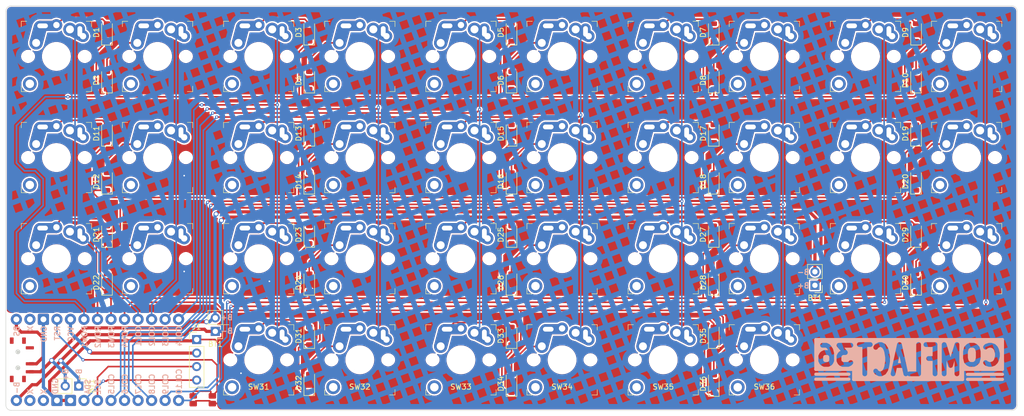
<source format=kicad_pcb>
(kicad_pcb (version 20241229) (generator "pcbnew") (generator_version "9.0")
  (layers (0 "F.Cu" signal) (2 "B.Cu" signal) (13 "F.Paste" user) (15 "B.Paste" user) (5 "F.SilkS" user "F.Silkscreen") (7 "B.SilkS" user "B.Silkscreen") (1 "F.Mask" user) (3 "B.Mask" user) (25 "Edge.Cuts" user))
  (net 0 "")
  (net 1 "GND")
  (net 2 "Net-(BT1-+)")
  (net 3 "Net-(D1-A)")
  (net 4 "ROW1")
  (net 5 "Net-(D2-A)")
  (net 6 "Net-(D3-A)")
  (net 7 "Net-(D4-A)")
  (net 8 "Net-(D5-A)")
  (net 9 "Net-(D6-A)")
  (net 10 "Net-(D7-A)")
  (net 11 "Net-(D8-A)")
  (net 12 "Net-(D9-A)")
  (net 13 "Net-(D10-A)")
  (net 14 "Net-(D11-A)")
  (net 15 "ROW2")
  (net 16 "Net-(D12-A)")
  (net 17 "Net-(D13-A)")
  (net 18 "Net-(D14-A)")
  (net 19 "Net-(D15-A)")
  (net 20 "Net-(D16-A)")
  (net 21 "Net-(D17-A)")
  (net 22 "Net-(D18-A)")
  (net 23 "Net-(D19-A)")
  (net 24 "Net-(D20-A)")
  (net 25 "ROW3")
  (net 26 "Net-(D21-A)")
  (net 27 "Net-(D22-A)")
  (net 28 "Net-(D23-A)")
  (net 29 "Net-(D24-A)")
  (net 30 "Net-(D25-A)")
  (net 31 "Net-(D26-A)")
  (net 32 "Net-(D27-A)")
  (net 33 "Net-(D28-A)")
  (net 34 "Net-(D29-A)")
  (net 35 "Net-(D30-A)")
  (net 36 "Net-(D31-A)")
  (net 37 "ROW4")
  (net 38 "Net-(D32-A)")
  (net 39 "Net-(D33-A)")
  (net 40 "Net-(D34-A)")
  (net 41 "COL1")
  (net 42 "COL2")
  (net 43 "COL3")
  (net 44 "COL4")
  (net 45 "COL5")
  (net 46 "COL6")
  (net 47 "COL7")
  (net 48 "COL8")
  (net 49 "COL9")
  (net 50 "COL10")
  (net 51 "Net-(D35-A)")
  (net 52 "SDA")
  (net 53 "VCC")
  (net 55 "SCL")
  (net 57 "Net-(D36-A)")
  (net 59 "Net-(SW37-B)")
  (net 60 "Net-(SW38-A)")
  (net 61 "BAT-")
  (footprint "switches:SW_Universal_TH" (layer "F.Cu") (at 211 45)
    (property "Reference" "SW10")
    (property "Value" "SW_SPST" (hide yes))
  )
  (footprint "Diode_SMD:D_SOD-123" (layer "F.Cu") (at 201.5 49.5 90)
    (property "Reference" "D10")
    (property "Value" "1N4148WT")
  )
  (footprint "switches:SW_Universal_TH" (layer "F.Cu") (at 173 64)
    (property "Reference" "SW18")
    (property "Value" "SW_SPST" (hide yes))
  )
  (footprint "Connector_PinHeader_2.54mm:PinHeader_1x04_P2.54mm_Vertical" (layer "F.Cu") (at 66.346 98.19)
    (property "Reference" "J1")
    (property "Value" "OLED_I2C")
  )
  (footprint "Diode_SMD:D_SOD-123" (layer "F.Cu") (at 49.5 59.5 90)
    (property "Reference" "D11")
    (property "Value" "1N4148WT")
  )
  (footprint "Diode_SMD:D_SOD-123" (layer "F.Cu") (at 163.5 106.5 90)
    (property "Reference" "D36")
    (property "Value" "1N4148WT")
  )
  (footprint "Diode_SMD:D_SOD-123" (layer "F.Cu") (at 87.5 78.5 90)
    (property "Reference" "D23")
    (property "Value" "1N4148WT")
  )
  (footprint "switches:SW_Universal_TH" (layer "F.Cu") (at 59 45)
    (property "Reference" "SW2")
    (property "Value" "SW_SPST" (hide yes))
  )
  (footprint "Diode_SMD:D_SOD-123" (layer "F.Cu") (at 125.5 68.5 90)
    (property "Reference" "D16")
    (property "Value" "1N4148WT")
  )
  (footprint "switches:SW_Universal_TH" (layer "F.Cu") (at 154 64)
    (property "Reference" "SW17")
    (property "Value" "SW_SPST" (hide yes))
  )
  (footprint "switches:SW_Universal_TH" (layer "F.Cu") (at 97 45)
    (property "Reference" "SW4")
    (property "Value" "SW_SPST" (hide yes))
  )
  (footprint "Diode_SMD:D_SOD-123" (layer "F.Cu") (at 87.5 59.5 90)
    (property "Reference" "D13")
    (property "Value" "1N4148WT")
  )
  (footprint "switches:SW_Universal_TH" (layer "F.Cu") (at 40 45)
    (property "Reference" "SW1")
    (property "Value" "SW_SPST" (hide yes))
  )
  (footprint "switches:SW_Universal_TH" (layer "F.Cu") (at 192 83)
    (property "Reference" "SW29")
    (property "Value" "SW_SPST" (hide yes))
  )
  (footprint "switches:SW_Universal_TH" (layer "F.Cu") (at 40 64)
    (property "Reference" "SW11")
    (property "Value" "SW_SPST" (hide yes))
  )
  (footprint "Diode_SMD:D_SOD-123" (layer "F.Cu") (at 201.5 78.5 90)
    (property "Reference" "D29")
    (property "Value" "1N4148WT")
  )
  (footprint "switches:SW_Universal_TH" (layer "F.Cu") (at 116 83)
    (property "Reference" "SW25")
    (property "Value" "SW_SPST" (hide yes))
  )
  (footprint "switches:SW_Universal_TH" (layer "F.Cu") (at 116 45)
    (property "Reference" "SW5")
    (property "Value" "SW_SPST" (hide yes))
  )
  (footprint "switches:SW_Universal_TH" (layer "F.Cu") (at 97 102)
    (property "Reference" "SW32")
    (property "Value" "SW_SPST" (hide yes))
  )
  (footprint "Diode_SMD:D_SOD-123" (layer "F.Cu") (at 49.5 68.5 90)
    (property "Reference" "D12")
    (property "Value" "1N4148WT")
  )
  (footprint "switches:SW_Universal_TH" (layer "F.Cu") (at 192 64)
    (property "Reference" "SW19")
    (property "Value" "SW_SPST" (hide yes))
  )
  (footprint "Diode_SMD:D_SOD-123" (layer "F.Cu") (at 49.5 49.5 90)
    (property "Reference" "D2")
    (property "Value" "1N4148WT")
  )
  (footprint "buttons:SW_SMD_EVQP7C01K" (layer "F.Cu") (at 67.5 109.5)
    (property "Reference" "SW38")
    (property "Value" "SW_SPST" (hide yes))
  )
  (footprint "Diode_SMD:D_SOD-123" (layer "F.Cu") (at 163.5 40.5 90)
    (property "Reference" "D7")
    (property "Value" "1N4148WT")
  )
  (footprint "switches:SW_Universal_TH" (layer "F.Cu") (at 211 83)
    (property "Reference" "SW30")
    (property "Value" "SW_SPST" (hide yes))
  )
  (footprint "switches:SW_Universal_TH" (layer "F.Cu") (at 192 45)
    (property "Reference" "SW9")
    (property "Value" "SW_SPST" (hide yes))
  )
  (footprint "mcu:U_ProMicro_nRF52840_TH_L" (layer "F.Cu") (at 47.499998 102 90)
    (property "Reference" "U1")
    (property "Value" "~" (hide yes))
  )
  (footprint "switches:SW_Universal_TH" (layer "F.Cu") (at 116 64)
    (property "Reference" "SW15")
    (property "Value" "SW_SPST" (hide yes))
  )
  (footprint "Diode_SMD:D_SOD-123" (layer "F.Cu") (at 87.5 49.5 90)
    (property "Reference" "D4")
    (property "Value" "1N4148WT")
  )
  (footprint "Diode_SMD:D_SOD-123" (layer "F.Cu") (at 163.5 49.5 90)
    (property "Reference" "D8")
    (property "Value" "1N4148WT")
  )
  (footprint "switches:SW_Universal_TH" (layer "F.Cu") (at 135 102)
    (property "Reference" "SW34")
    (property "Value" "SW_SPST" (hide yes))
  )
  (footprint "switches:SW_Universal_TH" (layer "F.Cu") (at 173 83)
    (property "Reference" "SW28")
    (property "Value" "SW_SPST" (hide yes))
  )
  (footprint "Connector_PinHeader_2.54mm:PinHeader_1x02_P2.54mm_Vertical" (layer "F.Cu") (at 44.201 106.934 -90)
    (property "Reference" "BT1")
    (property "Value" "Battery")
  )
  (footprint "Connector_PinHeader_2.54mm:PinHeader_1x02_P2.54mm_Vertical" (layer "F.Cu") (at 182.5 88 180)
    (property "Reference" "BT1")
    (property "Value" "Battery")
  )
  (footprint "switches:SW_Universal_TH" (layer "F.Cu") (at 40 83)
    (property "Reference" "SW21")
    (property "Value" "SW_SPST" (hide yes))
  )
  (footprint "switches:SW_Universal_TH" (layer "F.Cu") (at 135 64)
    (property "Reference" "SW16")
    (property "Value" "SW_SPST" (hide yes))
  )
  (footprint "Diode_SMD:D_SOD-123" (layer "F.Cu") (at 125.5 87.5 90)
    (property "Reference" "D26")
    (property "Value" "1N4148WT")
  )
  (footprint "Diode_SMD:D_SOD-123" (layer "F.Cu") (at 125.5 49.5 90)
    (property "Reference" "D6")
    (property "Value" "1N4148WT")
  )
  (footprint "Diode_SMD:D_SOD-123" (layer "F.Cu") (at 125.5 106.5 90)
    (property "Reference" "D34")
    (property "Value" "1N4148WT")
  )
  (footprint "switches:SW_Universal_TH" (layer "F.Cu") (at 97 83)
    (property "Reference" "SW24")
    (property "Value" "SW_SPST" (hide yes))
  )
  (footprint "Diode_SMD:D_SOD-123" (layer "F.Cu") (at 163.5 78.5 90)
    (property "Reference" "D27")
    (property "Value" "1N4148WT")
  )
  (footprint "Diode_SMD:D_SOD-123" (layer "F.Cu") (at 163.5 59.5 90)
    (property "Reference" "D17")
    (property "Value" "1N4148WT")
  )
  (footprint "Diode_SMD:D_SOD-123" (layer "F.Cu") (at 125.5 78.5 90)
    (property "Reference" "D25")
    (property "Value" "1N4148WT")
  )
  (footprint "Diode_SMD:D_SOD-123" (layer "F.Cu") (at 49.5 87.5 90)
    (property "Reference" "D22")
    (property "Value" "1N4148WT")
  )
  (footprint "switches:SW_Universal_TH" (layer "F.Cu") (at 59 64)
    (property "Reference" "SW12")
    (property "Value" "SW_SPST" (hide yes))
  )
  (footprint "switches:SW_Universal_TH" (layer "F.Cu") (at 78 64)
    (property "Reference" "SW13")
    (property "Value" "SW_SPST" (hide yes))
  )
  (footprint "Diode_SMD:D_SOD-123" (layer "F.Cu") (at 125.5 97.5 90)
    (property "Reference" "D33")
    (property "Value" "1N4148WT")
  )
  (footprint "Diode_SMD:D_SOD-123" (layer "F.Cu") (at 201.5 68.5 90)
    (property "Reference" "D20")
    (property "Value" "1N4148WT")
  )
  (footprint "switches:SW_Universal_TH" (layer "F.Cu") (at 78 83)
    (property "Reference" "SW23")
    (property "Value" "SW_SPST" (hide yes))
  )
  (footprint "switches:SW_Universal_TH" (layer "F.Cu") (at 97 64)
    (property "Reference" "SW14")
    (property "Value" "SW_SPST" (hide yes))
  )
  (footprint "switches:SW_Universal_TH" (layer "F.Cu") (at 135 83)
    (property "Reference" "SW26")
    (property "Value" "SW_SPST" (hide yes))
  )
  (footprint "Diode_SMD:D_SOD-123" (layer "F.Cu") (at 163.5 97.5 90)
    (property "Reference" "D35")
    (property "Value" "1N4148WT")
  )
  (footprint "Diode_SMD:D_SOD-123" (layer "F.Cu") (at 201.5 59.5 90)
    (property "Reference" "D19")
    (property "Value" "1N4148WT")
  )
  (footprint "Diode_SMD:D_SOD-123" (layer "F.Cu") (at 87.5 87.5 90)
    (property "Reference" "D24")
    (property "Value" "1N4148WT")
  )
  (footprint "switches:SW_Universal_TH" (layer "F.Cu") (at 173 102)
    (property "Reference" "SW36")
    (property "Value" "SW_SPST" (hide yes))
  )
  (footprint "Diode_SMD:D_SOD-123" (layer "F.Cu") (at 125.5 59.5 90)
    (property "Reference" "D15")
    (property "Value" "1N4148WT")
  )
  (footprint "Diode_SMD:D_SOD-123" (layer "F.Cu") (at 49.5 78.5 90)
    (property "Reference" "D21")
    (property "Value" "1N4148WT")
  )
  (footprint "Diode_SMD:D_SOD-123" (layer "F.Cu") (at 163.5 68.5 90)
    (property "Reference" "D18")
    (property "Value" "1N4148WT")
  )
  (footprint "buttons:SW_SMD_MSK12C02" (layer "F.Cu") (at 33.5 102 -90)
    (property "Reference" "SW37")
    (property "Value" "SW_SPDT" (hide yes))
    (fp_poly (pts (xy -1.058604 0.684971) (xy -1.089008 0.5715) (xy -1.147745 0.469765) (xy -1.230811 0.386699) (xy -1.332546 0.327962) (xy -1.446017 0.297558) (xy -1.563491 0.297558) (xy -1.676962 0.327962) (xy -1.778697 0.386699) (xy -1.861763 0.469765) (xy -1.9205 0.5715) (xy -1.950904 0.684971) (xy -1.950904 0.802445) (xy -1.9205 0.915916) (xy -1.861763 1.017651) (xy -1.778697 1.100717) (xy -1.676962 1.159454) (xy -1.563491 1.189858) (xy -1.446017 1.189858) (xy -1.332546 1.159454) (xy -1.230811 1.100717) (xy -1.147745 1.017651) (xy -1.089008 0.915916) (xy -1.058604 0.802445)) (fill yes) (layer "Edge.Cuts"))
    (fp_poly (pts (xy 1.941396 0.684971) (xy 1.910992 0.5715) (xy 1.852255 0.469765) (xy 1.769189 0.386699) (xy 1.667454 0.327962) (xy 1.553983 0.297558) (xy 1.436509 0.297558) (xy 1.323038 0.327962) (xy 1.221303 0.386699) (xy 1.138237 0.469765) (xy 1.0795 0.5715) (xy 1.049096 0.684971) (xy 1.049096 0.802445) (xy 1.0795 0.915916) (xy 1.138237 1.017651) (xy 1.221303 1.100717) (xy 1.323038 1.159454) (xy 1.436509 1.189858) (xy 1.553983 1.189858) (xy 1.667454 1.159454) (xy 1.769189 1.100717) (xy 1.852255 1.017651) (xy 1.910992 0.915916) (xy 1.941396 0.802445)) (fill yes) (layer "Edge.Cuts"))
  )
  (footprint "Diode_SMD:D_SOD-123" (layer "F.Cu") (at 125.5 40.5 90)
    (property "Reference" "D5")
    (property "Value" "1N4148WT")
  )
  (footprint "switches:SW_Universal_TH" (layer "F.Cu") (at 154 102)
    (property "Reference" "SW35")
    (property "Value" "SW_SPST" (hide yes))
  )
  (footprint "switches:SW_Universal_TH" (layer "F.Cu") (at 211 64)
    (property "Reference" "SW20")
    (property "Value" "SW_SPST" (hide yes))
  )
  (footprint "Diode_SMD:D_SOD-123" (layer "F.Cu") (at 87.5 97.5 90)
    (property "Reference" "D31")
    (property "Value" "1N4148WT")
  )
  (footprint "Diode_SMD:D_SOD-123" (layer "F.Cu") (at 87.5 40.5 90)
    (property "Reference" "D3")
    (property "Value" "1N4148WT")
  )
  (footprint "switches:SW_Universal_TH" (layer "F.Cu") (at 59 83)
    (property "Reference" "SW22")
    (property "Value" "SW_SPST" (hide yes))
  )
  (footprint "Diode_SMD:D_SOD-123" (layer "F.Cu") (at 87.5 68.5 90)
    (property "Reference" "D14")
    (property "Value" "1N4148WT")
  )
  (footprint "switches:SW_Universal_TH" (layer "F.Cu") (at 78 102)
    (property "Reference" "SW31")
    (property "Value" "SW_SPST" (hide yes))
  )
  (footprint "switches:SW_Universal_TH" (layer "F.Cu") (at 116 102)
    (property "Reference" "SW33")
    (property "Value" "SW_SPST" (hide yes))
  )
  (footprint "switches:SW_Universal_TH" (layer "F.Cu") (at 135 45)
    (property "Reference" "SW6")
    (property "Value" "SW_SPST" (hide yes))
  )
  (footprint "switches:SW_Universal_TH" (layer "F.Cu") (at 173 45)
    (property "Reference" "SW8")
    (property "Value" "SW_SPST" (hide yes))
  )
  (footprint "switches:SW_Universal_TH" (layer "F.Cu") (at 154 45)
    (property "Reference" "SW7")
    (property "Value" "SW_SPST" (hide yes))
  )
  (footprint "Connector_PinHeader_2.54mm:PinHeader_1x02_P2.54mm_Vertical" (layer "F.Cu") (at 69.85 96.652 180)
    (property "Reference" "BT1")
    (property "Value" "Battery")
  )
  (footprint "Diode_SMD:D_SOD-123" (layer "F.Cu") (at 201.5 40.5 90)
    (property "Reference" "D9")
    (property "Value" "1N4148WT")
  )
  (footprint "switches:SW_Universal_TH" (layer "F.Cu") (at 78 45)
    (property "Reference" "SW3")
    (property "Value" "SW_SPST" (hide yes))
  )
  (footprint "Diode_SMD:D_SOD-123" (layer "F.Cu") (at 201.5 87.5 90)
    (property "Reference" "D30")
    (property "Value" "1N4148WT")
  )
  (footprint "Diode_SMD:D_SOD-123" (layer "F.Cu") (at 49.5 40.5 90)
    (property "Reference" "D1")
    (property "Value" "1N4148WT")
  )
  (footprint "Diode_SMD:D_SOD-123" (layer "F.Cu") (at 87.5 106.35 90)
    (property "Reference" "D32")
    (property "Value" "1N4148WT")
  )
  (footprint "Diode_SMD:D_SOD-123" (layer "F.Cu") (at 163.5 87.5 90)
    (property "Reference" "D28")
    (property "Value" "1N4148WT")
  )
  (footprint "switches:SW_Universal_TH" (layer "F.Cu") (at 154 83)
    (property "Reference" "SW27")
    (property "Value" "SW_SPST" (hide yes))
  )
  (gr_line (start 211.1728 105.6676) (end 217.726 105.6676) (stroke (width 0.6)) (layer "B.SilkS"))
  (gr_line (start 189.786 105.693) (end 189.786 103.788) (stroke (width 0.6)) (layer "B.SilkS"))
  (gr_line (start 182.674 98.2) (end 217.726 98.2) (stroke (width 0.6)) (layer "B.SilkS"))
  (gr_line (start 189.786 103.788) (end 182.674 103.788) (stroke (width 0.6)) (layer "B.SilkS"))
  (gr_line (start 210.233 103.788) (end 210.233 105.693) (stroke (width 0.6)) (layer "B.SilkS"))
  (gr_line (start 217.726 104.7278) (end 211.1728 104.7278) (stroke (width 0.6)) (layer "B.SilkS"))
  (gr_line (start 217.726 98.2) (end 217.726 103.788) (stroke (width 0.6)) (layer "B.SilkS"))
  (gr_line (start 182.674 103.788) (end 182.674 98.2) (stroke (width 0.6)) (layer "B.SilkS"))
  (gr_line (start 217.726 103.788) (end 210.233 103.788) (stroke (width 0.6)) (layer "B.SilkS"))
  (gr_line (start 182.674 105.6422) (end 188.8716 105.6422) (stroke (width 0.6)) (layer "B.SilkS"))
  (gr_line (start 188.8716 104.7024) (end 182.674 104.7024) (stroke (width 0.6)) (layer "B.SilkS"))
  (gr_line (start 210.233 105.693) (end 189.786 105.693) (stroke (width 0.6)) (layer "B.SilkS"))
  (gr_arc (start 30.5 36.5) (mid 30.792893 35.792893) (end 31.5 35.5) (stroke (width 0.1)) (layer "Edge.Cuts"))
  (gr_line (start 220.5 110.5) (end 220.5 36.5) (stroke (width 0.1)) (layer "Edge.Cuts"))
  (gr_line (start 30.5 36.5) (end 30.5 110.5) (stroke (width 0.1)) (layer "Edge.Cuts"))
  (gr_arc (start 31.5 111.5) (mid 30.792893 111.207107) (end 30.5 110.5) (stroke (width 0.1)) (layer "Edge.Cuts"))
  (gr_arc (start 219.5 35.5) (mid 220.207107 35.792893) (end 220.5 36.5) (stroke (width 0.1)) (layer "Edge.Cuts"))
  (gr_line (start 219.5 35.5) (end 31.5 35.5) (stroke (width 0.1)) (layer "Edge.Cuts"))
  (gr_line (start 219.5 111.5) (end 31.5 111.5) (stroke (width 0.1)) (layer "Edge.Cuts"))
  (gr_arc (start 220.5 110.5) (mid 220.207107 111.207107) (end 219.5 111.5) (stroke (width 0.1)) (layer "Edge.Cuts"))
  (gr_text "ROW2" (at 48.387 95.504 90) (layer "B.SilkS") (effects (font (size 1 1) (thickness 0.2) (bold yes)) (justify left bottom mirror)))
  (gr_text "GND" (at 38.227 95.504 90) (layer "B.SilkS") (effects (font (size 1 1) (thickness 0.2) (bold yes)) (justify left bottom mirror)))
  (gr_text "COL7\n" (at 56.007 108.585 90) (layer "B.SilkS") (effects (font (size 1 1) (thickness 0.2) (bold yes)) (justify right bottom mirror)))
  (gr_text "COL1" (at 56.007 95.504 90) (layer "B.SilkS") (effects (font (size 1 1) (thickness 0.2) (bold yes)) (justify left bottom mirror)))
  (gr_text "X" (at 35.687 95.504 90) (layer "B.SilkS") (effects (font (size 1 1) (thickness 0.2) (bold yes)) (justify left bottom mirror)))
  (gr_text "COL5\n" (at 50.927 108.585 90) (layer "B.SilkS") (effects (font (size 1 1) (thickness 0.2) (bold yes)) (justify right bottom mirror)))
  (gr_text "B-" (at 44.831 106.045 90) (layer "B.SilkS") (effects (font (size 1 1) (thickness 0.2) (bold yes)) (justify right bottom mirror)))
  (gr_text "COL4" (at 63.627 95.504 90) (layer "B.SilkS") (effects (font (size 1 1) (thickness 0.2) (bold yes)) (justify left bottom mirror)))
  (gr_text "COL10\n" (at 63.627 108.585 90) (layer "B.SilkS") (effects (font (size 1 1) (thickness 0.2) (bold yes)) (justify right bottom mirror)))
  (gr_text "COL6\n" (at 53.467 108.585 90) (layer "B.SilkS") (effects (font (size 1 1) (thickness 0.2) (bold yes)) (justify right bottom mirror)))
  (gr_text "MFLACT" (at 210.63 105.356 -0) (layer "B.SilkS" knockout) (effects (font (size 5.5 3.6) (thickness 0.9)) (justify left bottom mirror)))
  (gr_text "COL2" (at 58.547 95.504 90) (layer "B.SilkS") (effects (font (size 1 1) (thickness 0.2) (bold yes)) (justify left bottom mirror)))
  (gr_text "ROW3" (at 50.927 95.504 90) (layer "B.SilkS") (effects (font (size 1 1) (thickness 0.2) (bold yes)) (justify left bottom mirror)))
  (gr_text "X" (at 38.227 108.585 90) (layer "B.SilkS") (effects (font (size 1 1) (thickness 0.2) (bold yes)) (justify right bottom mirror)))
  (gr_text "SDA\n" (at 46.482 108.585 90) (layer "B.SilkS") (effects (font (size 1 1) (thickness 0.2) (bold yes)) (justify right bottom mirror)))
  (gr_text "COL8" (at 58.547 108.585 90) (layer "B.SilkS") (effects (font (size 1 1) (thickness 0.2) (bold yes)) (justify right bottom mirror)))
  (gr_text "B+" (at 70.739 94.615 0) (layer "B.SilkS") (effects (font (size 1 1) (thickness 0.2) (bold yes)) (justify right bottom mirror)))
  (gr_text "COL9" (at 61.087 108.585 90) (layer "B.SilkS") (effects (font (size 1 1) (thickness 0.2) (bold yes)) (justify right bottom mirror)))
  (gr_text "B-\n" (at 33.127 108.5 90) (layer "B.SilkS") (effects (font (size 1 1) (thickness 0.2) (bold yes)) (justify right bottom mirror)))
  (gr_text "BS" (at 33.147 95.504 90) (layer "B.SilkS") (effects (font (size 1 1) (thickness 0.2) (bold yes)) (justify left bottom mirror)))
  (gr_text "ROW1" (at 45.847 95.504 90) (layer "B.SilkS") (effects (font (size 1 1) (thickness 0.2) (bold yes)) (justify left bottom mirror)))
  (gr_text "B+" (at 42.291 106.045 90) (layer "B.SilkS") (effects (font (size 1 1) (thickness 0.2) (bold yes)) (justify right bottom mirror)))
  (gr_text "CO\n" (at 218.13 103.356 -0) (layer "B.SilkS" knockout) (effects (font (size 3.6 3.6) (thickness 1)) (justify left bottom mirror)))
  (gr_text "B-" (at 179.07 86.106 0) (layer "B.SilkS") (effects (font (size 1 1) (thickness 0.2) (bold yes)) (justify right bottom mirror)))
  (gr_text "B+" (at 179.07 88.646 0) (layer "B.SilkS") (effects (font (size 1 1) (thickness 0.2) (bold yes)) (justify right bottom mirror)))
  (gr_text "X" (at 35.687 108.585 90) (layer "B.SilkS") (effects (font (size 1 1) (thickness 0.2) (bold yes)) (justify right bottom mirror)))
  (gr_text "RST" (at 40.767 95.504 90) (layer "B.SilkS") (effects (font (size 1 1) (thickness 0.2) (bold yes)) (justify left bottom mirror)))
  (gr_text "GND" (at 40.386 108.585 90) (layer "B.SilkS") (effects (font (size 1 1) (thickness 0.2) (bold yes)) (justify right bottom mirror)))
  (gr_text "ROW4" (at 53.467 95.504 90) (layer "B.SilkS") (effects (font (size 1 1) (thickness 0.2) (bold yes)) (justify left bottom mirror)))
  (gr_text "36" (at 190.421 103.356 -0) (layer "B.SilkS" knockout) (effects (font (size 3.6 3.6) (thickness 1)) (justify left bottom mirror)))
  (gr_text "B-" (at 70.739 97.155 0) (layer "B.SilkS") (effects (font (size 1 1) (thickness 0.2) (bold yes)) (justify right bottom mirror)))
  (gr_text "COL3" (at 61.087 95.504 90) (layer "B.SilkS") (effects (font (size 1 1) (thickness 0.2) (bold yes)) (justify left bottom mirror)))
  (gr_text "VCC" (at 43.307 95.631 90) (layer "B.SilkS") (effects (font (size 1 1) (thickness 0.2) (bold yes)) (justify left bottom mirror)))
  (gr_text "SCL" (at 48.387 108.585 90) (layer "B.SilkS") (effects (font (size 1 1) (thickness 0.2) (bold yes)) (justify right bottom mirror)))
  (segment (start 70.8 109.6) (end 70.8 99.2) (width 0.3) (layer "F.Cu") (net 1))
  (segment (start 46.355 98.425) (end 38.735 106.045) (width 0.6) (layer "F.Cu") (net 1))
  (segment (start 66.111 98.425) (end 46.355 98.425) (width 0.6) (layer "F.Cu") (net 1))
  (segment (start 38.735 106.045) (end 38.735 108.269071) (width 0.6) (layer "F.Cu") (net 1))
  (segment (start 40.098389 109.63246) (end 42.638391 109.63246) (width 0.6) (layer "F.Cu") (net 1))
  (segment (start 65.7 110.225) (end 66.226 109.699) (width 0.3) (layer "F.Cu") (net 1))
  (segment (start 68.774 109.699) (end 69.3 110.225) (width 0.3) (layer "F.Cu") (net 1))
  (segment (start 70.8 99.2) (end 69.79 98.19) (width 0.3) (layer "F.Cu") (net 1))
  (segment (start 69.79 98.19) (end 66.346 98.19) (width 0.3) (layer "F.Cu") (net 1))
  (segment (start 66.346 98.19) (end 66.111 98.425) (width 0.6) (layer "F.Cu") (net 1))
  (segment (start 38.735 108.269071) (end 40.098389 109.63246) (width 0.6) (layer "F.Cu") (net 1))
  (segment (start 69.3 110.225) (end 69.325 110.2) (width 0.3) (layer "F.Cu") (net 1))
  (segment (start 70.2 110.2) (end 70.8 109.6) (width 0.3) (layer "F.Cu") (net 1))
  (segment (start 69.325 110.2) (end 70.2 110.2) (width 0.3) (layer "F.Cu") (net 1))
  (segment (start 66.226 109.699) (end 68.774 109.699) (width 0.3) (layer "F.Cu") (net 1))
  (via (at 74.676 104.521) (size 0.6) (drill 0.3) (layers "F.Cu" "B.Cu") (net 1))
  (via (at 64 67.4) (size 0.6) (drill 0.3) (layers "F.Cu" "B.Cu") (net 1))
  (via (at 64 85.4) (size 0.6) (drill 0.3) (layers "F.Cu" "B.Cu") (net 1))
  (via (at 80.01 87.249) (size 0.6) (drill 0.3) (layers "F.Cu" "B.Cu") (net 1))
  (segment (start 37.558381 107.154381) (end 37.558381 94.39245) (width 0.6) (layer "B.Cu") (net 1))
  (segment (start 40.098391 109.63246) (end 40.03646 109.63246) (width 0.6) (layer "B.Cu") (net 1))
  (segment (start 40.03646 109.63246) (end 37.558381 107.154381) (width 0.6) (layer "B.Cu") (net 1))
  (segment (start 70.4 74.2) (end 70 74.6) (width 0.6) (layer "F.Cu") (net 2))
  (segment (start 184.2 86.3) (end 184.2 84.328) (width 0.6) (layer "F.Cu") (net 2))
  (segment (start 65.170314 94.849686) (end 68.179686 94.849686) (width 0.6) (layer "F.Cu") (net 2))
  (segment (start 37 104.245246) (end 45.245246 96) (width 0.6) (layer "F.Cu") (net 2))
  (segment (start 35.006292 104.245246) (end 37 104.245246) (width 0.6) (layer "F.Cu") (net 2))
  (segment (start 181.483 74.2) (end 70.4 74.2) (width 0.6) (layer "F.Cu") (net 2))
  (segment (start 183.626 76.343) (end 181.483 74.2) (width 0.6) (layer "F.Cu") (net 2))
  (segment (start 183.626 83.754) (end 184.2 84.328) (width 0.6) (layer "F.Cu") (net 2))
  (segment (start 64.02 96) (end 65.170314 94.849686) (width 0.6) (layer "F.Cu") (net 2))
  (segment (start 183.626 76.343) (end 183.626 83.754) (width 0.6) (layer "F.Cu") (net 2))
  (segment (start 182.5 88) (end 184.2 86.3) (width 0.6) (layer "F.Cu") (net 2))
  (segment (start 45.245246 96) (end 64.02 96) (width 0.6) (layer "F.Cu") (net 2))
  (via (at 68.179686 94.849686) (size 0.9) (drill 0.6) (layers "F.Cu" "B.Cu") (net 2))
  (via (at 39.116 102.108) (size 0.9) (drill 0.6) (layers "F.Cu" "B.Cu") (net 2))
  (via (at 70 74.6) (size 0.9) (drill 0.6) (layers "F.Cu" "B.Cu") (net 2))
  (segment (start 68.179686 94.849686) (end 68.750314 94.849686) (width 0.6) (layer "B.Cu") (net 2))
  (segment (start 39.116 102.108) (end 41.661 104.653) (width 0.6) (layer "B.Cu") (net 2))
  (segment (start 69.465 94.135) (end 69.8 94.135) (width 0.6) (layer "B.Cu") (net 2))
  (segment (start 69.8 94.135) (end 69.8 74.8) (width 0.6) (layer "B.Cu") (net 2))
  (segment (start 41.661 104.653) (end 41.661 106.934) (width 0.6) (layer "B.Cu") (net 2))
  (segment (start 69.8 74.8) (end 70 74.6) (width 0.6) (layer "B.Cu") (net 2))
  (segment (start 68.750314 94.849686) (end 69.465 94.135) (width 0.6) (layer "B.Cu") (net 2))
  (segment (start 41.1 38) (end 48.65 38) (width 0.3) (layer "F.Cu") (net 3))
  (segment (start 40 39.1) (end 41.1 38) (width 0.3) (layer "F.Cu") (net 3))
  (segment (start 48.65 38) (end 49.5 38.85) (width 0.3) (layer "F.Cu") (net 3))
  (segment (start 125.5 51.15) (end 125.5 52.554) (width 0.3) (layer "F.Cu") (net 4))
  (segment (start 123.444 52.578) (end 125.476 52.578) (width 0.3) (layer "F.Cu") (net 4))
  (segment (start 49.5 51.15) (end 49.5 52.548) (width 0.3) (layer "F.Cu") (net 4))
  (segment (start 47.498 44.152) (end 47.498 52.578) (width 0.3) (layer "F.Cu") (net 4))
  (segment (start 125.5 42.15) (end 123.444 44.206) (width 0.3) (layer "F.Cu") (net 4))
  (segment (start 163.5 52.502) (end 163.576 52.578) (width 0.3) (layer "F.Cu") (net 4))
  (segment (start 49.53 52.578) (end 85.598 52.578) (width 0.3) (layer "F.Cu") (net 4))
  (segment (start 161.544 44.106) (end 161.544 52.578) (width 0.3) (layer "F.Cu") (net 4))
  (segment (start 201.5 42.15) (end 199.39 44.26) (width 0.3) (layer "F.Cu") (net 4))
  (segment (start 87.5 51.15) (end 87.5 52.448) (width 0.3) (layer "F.Cu") (net 4))
  (segment (start 87.63 52.578) (end 123.444 52.578) (width 0.3) (layer "F.Cu") (net 4))
  (segment (start 163.576 52.578) (end 199.39 52.578) (width 0.3) (layer "F.Cu") (net 4))
  (segment (start 49.5 42.15) (end 47.498 44.152) (width 0.3) (layer "F.Cu") (net 4))
  (segment (start 87.5 52.448) (end 87.63 52.578) (width 0.3) (layer "F.Cu") (net 4))
  (segment (start 125.476 52.578) (end 161.544 52.578) (width 0.3) (layer "F.Cu") (net 4))
  (segment (start 199.39 44.26) (end 199.39 52.578) (width 0.3) (layer "F.Cu") (net 4))
  (segment (start 49.5 52.548) (end 49.53 52.578) (width 0.3) (layer "F.Cu") (net 4))
  (segment (start 163.5 42.15) (end 161.544 44.106) (width 0.3) (layer "F.Cu") (net 4))
  (segment (start 199.39 52.578) (end 201.168 52.578) (width 0.3) (layer "F.Cu") (net 4))
  (segment (start 85.598 52.578) (end 87.63 52.578) (width 0.3) (layer "F.Cu") (net 4))
  (segment (start 42.164 52.578) (end 47.498 52.578) (width 0.3) (layer "F.Cu") (net 4))
  (segment (start 163.5 51.15) (end 163.5 52.502) (width 0.3) (layer "F.Cu") (net 4))
  (segment (start 201.168 52.578) (end 201.5 52.246) (width 0.3) (layer "F.Cu") (net 4))
  (segment (start 87.5 42.15) (end 85.598 44.052) (width 0.3) (layer "F.Cu") (net 4))
  (segment (start 161.544 52.578) (end 163.576 52.578) (width 0.3) (layer "F.Cu") (net 4))
  (segment (start 47.498 52.578) (end 49.53 52.578) (width 0.3) (layer "F.Cu") (net 4))
  (segment (start 125.5 52.554) (end 125.476 52.578) (width 0.3) (layer "F.Cu") (net 4))
  (segment (start 201.5 52.246) (end 201.5 51.15) (width 0.3) (layer "F.Cu") (net 4))
  (segment (start 85.598 44.052) (end 85.598 52.578) (width 0.3) (layer "F.Cu") (net 4))
  (segment (start 123.444 44.206) (end 123.444 52.578) (width 0.3) (layer "F.Cu") (net 4))
  (via (at 42.164 52.578) (size 0.6) (drill 0.3) (layers "F.Cu" "B.Cu") (net 4))
  (segment (start 36 66.5) (end 37.5 68) (width 0.3) (layer "B.Cu") (net 4))
  (segment (start 42.164 52.578) (end 37.922 52.578) (width 0.3) (layer "B.Cu") (net 4))
  (segment (start 37.5 73) (end 32.5 78) (width 0.3) (layer "B.Cu") (net 4))
  (segment (start 37.5 68) (end 37.5 73) (width 0.3) (layer "B.Cu") (net 4))
  (segment (start 32.5 89.5) (end 34 91) (width 0.3) (layer "B.Cu") (net 4))
  (segment (start 32.5 58) (end 32.5 65) (width 0.3) (layer "B.Cu") (net 4))
  (segment (start 34 91) (end 43.5 91) (width 0.3) (layer "B.Cu") (net 4))
  (segment (start 32.5 78) (end 32.5 89.5) (width 0.3) (layer "B.Cu") (net 4))
  (segment (start 37.922 52.578) (end 32.5 58) (width 0.3) (layer "B.Cu") (net 4))
  (segment (start 45.178381 92.678381) (end 45.178381 94.39245) (width 0.3) (layer "B.Cu") (net 4))
  (segment (start 34 66.5) (end 36 66.5) (width 0.3) (layer "B.Cu") (net 4))
  (segment (start 43.5 91) (end 45.178381 92.678381) (width 0.3) (layer "B.Cu") (net 4))
  (segment (start 32.5 65) (end 34 66.5) (width 0.3) (layer "B.Cu") (net 4))
  (segment (start 52.54 42.46) (end 55.19 42.46) (width 0.3) (layer "F.Cu") (net 5))
  (segment (start 49.5 47.85) (end 49.5 45.5) (width 0.3) (layer "F.Cu") (net 5))
  (segment (start 49.5 45.5) (end 52.54 42.46) (width 0.3) (layer "F.Cu") (net 5))
  (segment (start 86.650001 38.000001) (end 79.099999 38.000001) (width 0.3) (layer "F.Cu") (net 6))
  (segment (start 79.099999 38.000001) (end 78 39.1) (width 0.3) (layer "F.Cu") (net 6))
  (segment (start 87.5 38.85) (end 86.650001 38.000001) (width 0.3) (layer "F.Cu") (net 6))
  (segment (start 87.5 45.5) (end 90.54 42.46) (width 0.3) (layer "F.Cu") (net 7))
  (segment (start 87.5 47.85) (end 87.5 45.5) (width 0.3) (layer "F.Cu") (net 7))
  (segment (start 90.54 42.46) (end 93.19 42.46) (width 0.3) (layer "F.Cu") (net 7))
  (segment (start 124.650001 38.000001) (end 125.5 38.85) (width 0.3) (layer "F.Cu") (net 8))
  (segment (start 117.099999 38.000001) (end 124.650001 38.000001) (width 0.3) (layer "F.Cu") (net 8))
  (segment (start 116 39.1) (end 117.099999 38.000001) (width 0.3) (layer "F.Cu") (net 8))
  (segment (start 128.54 42.46) (end 131.19 42.46) (width 0.3) (layer "F.Cu") (net 9))
  (segment (start 125.5 47.85) (end 125.5 45.5) (width 0.3) (layer "F.Cu") (net 9))
  (segment (start 125.5 45.5) (end 128.54 42.46) (width 0.3) (layer "F.Cu") (net 9))
  (segment (start 155.099999 38.000001) (end 162.650001 38.000001) (width 0.3) (layer "F.Cu") (net 10))
  (segment (start 154 39.1) (end 155.099999 38.000001) (width 0.3) (layer "F.Cu") (net 10))
  (segment (start 162.650001 38.000001) (end 163.5 38.85) (width 0.3) (layer "F.Cu") (net 10))
  (segment (start 166.54 42.46) (end 169.19 42.46) (width 0.3) (layer "F.Cu") (net 11))
  (segment (start 163.5 47.85) (end 163.5 45.5) (width 0.3) (layer "F.Cu") (net 11))
  (segment (start 163.5 45.5) (end 166.54 42.46) (width 0.3) (layer "F.Cu") (net 11))
  (segment (start 192 39.1) (end 193.099999 38.000001) (width 0.3) (layer "F.Cu") (net 12))
  (segment (start 193.099999 38.000001) (end 200.650001 38.000001) (width 0.3) (layer "F.Cu") (net 12))
  (segment (start 200.650001 38.000001) (end 201.5 38.85) (width 0.3) (layer "F.Cu") (net 12))
  (segment (start 204 42.5) (end 207.15 42.5) (width 0.3) (layer "F.Cu") (net 13))
  (segment (start 207.15 42.5) (end 207.19 42.46) (width 0.3) (layer "F.Cu") (net 13))
  (segment (start 201.5 45) (end 204 42.5) (width 0.3) (layer "F.Cu") (net 13))
  (segment (start 201.5 47.85) (end 201.5 45) (width 0.3) (layer "F.Cu") (net 13))
  (segment (start 48.650001 57.000001) (end 49.5 57.85) (width 0.3) (layer "F.Cu") (net 14))
  (segment (start 40 58.1) (end 41.099999 57.000001) (width 0.3) (layer "F.Cu") (net 14))
  (segment (start 41.099999 57.000001) (end 48.650001 57.000001) (width 0.3) (layer "F.Cu") (net 14))
  (segment (start 161.5 71.5) (end 199 71.5) (width 0.3) (layer "F.Cu") (net 15))
  (segment (start 199.5 70) (end 199.5 63.15) (width 0.3) (layer "F.Cu") (net 15))
  (segment (start 51 78.5) (end 52 77.5) (width 0.3) (layer "F.Cu") (net 15))
  (segment (start 123.5 63.15) (end 123.5 70.5) (width 0.3) (layer "F.Cu") (net 15))
  (segment (start 47.75 71.5) (end 52 71.5) (width 0.3) (layer "F.Cu") (net 15))
  (segment (start 47 70.75) (end 47.75 71.5) (width 0.3) (layer "F.Cu") (net 15))
  (segment (start 123.5 71.5) (end 161.5 71.5) (width 0.3) (layer "F.Cu") (net 15))
  (segment (start 47 70) (end 47 70.75) (width 0.3) (layer "F.Cu") (net 15))
  (segment (start 85.5 71.5) (end 123.5 71.5) (width 0.3) (layer "F.Cu") (net 15))
  (segment (start 87.5 61.15) (end 85.5 63.15) (width 0.3) (layer "F.Cu") (net 15))
  (segment (start 123.85 70.15) (end 123.5 70.5) (width 0.3) (layer "F.Cu") (net 15))
  (segment (start 47.498 80.002) (end 47.5 80) (width 0.3) (layer "F.Cu") (net 15))
  (segment (start 85.5 63.15) (end 85.5 70.5) (width 0.3) (layer "F.Cu") (net 15))
  (segment (start 47 63.65) (end 47 70) (width 0.3) (layer "F.Cu") (net 15))
  (segment (start 125.5 61.15) (end 123.5 63.15) (width 0.3) (layer "F.Cu") (net 15))
  (segment (start 85.85 70.15) (end 85.5 70.5) (width 0.3) (layer "F.Cu") (net 15))
  (segment (start 52 73) (end 52 71.5) (width 0.3) (layer "F.Cu") (net 15))
  (segment (start 123.5 71.5) (end 123.5 70.5) (width 0.3) (layer "F.Cu") (net 15))
  (segment (start 47.498 89.998) (end 47.498 80.002) (width 0.3) (layer "F.Cu") (net 15))
  (segment (start 125.5 70.15) (end 123.85 70.15) (width 0.3) (layer "F.Cu") (net 15))
  (segment (start 201.5 70.15) (end 199.65 70.15) (width 0.3) (layer "F.Cu") (net 15))
  (segment (start 161.65 70.15) (end 161.5 70) (width 0.3) (layer "F.Cu") (net 15))
  (segment (start 161.5 63.15) (end 161.5 70) (width 0.3) (layer "F.Cu") (net 15))
  (segment (start 87.5 70.15) (end 85.85 70.15) (width 0.3) (layer "F.Cu") (net 15))
  (segment (start 163.5 70.15) (end 161.65 70.15) (width 0.3) (layer "F.Cu") (net 15))
  (segment (start 199.5 71) (end 199.5 70) (width 0.3) (layer "F.Cu") (net 15))
  (segment (start 48.5 78.5) (end 51 78.5) (width 0.3) (layer "F.Cu") (net 15))
  (segment (start 47.718381 90.218381) (end 47.498 89.998) (width 0.3) (layer "F.Cu") (net 15))
  (segment (start 52 77.5) (end 52 73) (width 0.3) (layer "F.Cu") (net 15))
  (segment (start 199.65 70.15) (end 199.5 70) (width 0.3) (layer "F.Cu") (net 15))
  (segment (start 47.718381 94.39245) (end 47.718381 90.218381) (width 0.3) (layer "F.Cu") (net 15))
  (segment (start 47.5 80) (end 47.5 79.5) (width 0.3) (layer "F.Cu") (net 15))
  (segment (start 163.5 61.15) (end 161.5 63.15) (width 0.3) (layer "F.Cu") (net 15))
  (segment (start 49.5 70.15) (end 47.15 70.15) (width 0.3) (layer "F.Cu") (net 15))
  (segment (start 52 71.5) (end 85.5 71.5) (width 0.3) (layer "F.Cu") (net 15))
  (segment (start 199.5 63.15) (end 201.5 61.15) (width 0.3) (layer "F.Cu") (net 15))
  (segment (start 49.5 61.15) (end 47 63.65) (width 0.3) (layer "F.Cu") (net 15))
  (segment (start 199 71.5) (end 199.5 71) (width 0.3) (layer "F.Cu") (net 15))
  (segment (start 47.15 70.15) (end 47 70) (width 0.3) (layer "F.Cu") (net 15))
  (segment (start 161.5 71.5) (end 161.5 70) (width 0.3) (layer "F.Cu") (net 15))
  (segment (start 47.5 79.5) (end 48.5 78.5) (width 0.3) (layer "F.Cu") (net 15))
  (segment (start 85.5 71.5) (end 85.5 70.5) (width 0.3) (layer "F.Cu") (net 15))
  (segment (start 55.15 61.5) (end 55.19 61.46) (width 0.3) (layer "F.Cu") (net 16))
  (segment (start 49.5 66.85) (end 49.5 64.5) (width 0.3) (layer "F.Cu") (net 16))
  (segment (start 52.5 61.5) (end 55.15 61.5) (width 0.3) (layer "F.Cu") (net 16))
  (segment (start 49.5 64.5) (end 52.5 61.5) (width 0.3) (layer "F.Cu") (net 16))
  (segment (start 86.969 57.319) (end 87.5 57.85) (width 0.3) (layer "F.Cu") (net 17))
  (segment (start 78 58.1) (end 78.781 57.319) (width 0.3) (layer "F.Cu") (net 17))
  (segment (start 78.781 57.319) (end 86.969 57.319) (width 0.3) (layer "F.Cu") (net 17))
  (segment (start 87.5 66.85) (end 87.5 64.5) (width 0.3) (layer "F.Cu") (net 18))
  (segment (start 87.5 64.5) (end 90.54 61.46) (width 0.3) (layer "F.Cu") (net 18))
  (segment (start 90.54 61.46) (end 93.19 61.46) (width 0.3) (layer "F.Cu") (net 18))
  (segment (start 116 58.1) (end 117.099999 57.000001) (width 0.3) (layer "F.Cu") (net 19))
  (segment (start 117.099999 57.000001) (end 124.650001 57.000001) (width 0.3) (layer "F.Cu") (net 19))
  (segment (start 124.650001 57.000001) (end 125.5 57.85) (width 0.3) (layer "F.Cu") (net 19))
  (segment (start 125.5 64.5) (end 128.54 61.46) (width 0.3) (layer "F.Cu") (net 20))
  (segment (start 128.54 61.46) (end 131.19 61.46) (width 0.3) (layer "F.Cu") (net 20))
  (segment (start 125.5 66.85) (end 125.5 64.5) (width 0.3) (layer "F.Cu") (net 20))
  (segment (start 162.969 57.319) (end 163.5 57.85) (width 0.3) (layer "F.Cu") (net 21))
  (segment (start 154 58.1) (end 154.781 57.319) (width 0.3) (layer "F.Cu") (net 21))
  (segment (start 154.781 57.319) (end 162.969 57.319) (width 0.3) (layer "F.Cu") (net 21))
  (segment (start 163.5 66.85) (end 163.5 64.5) (width 0.3) (layer "F.Cu") (net 22))
  (segment (start 166.54 61.46) (end 169.19 61.46) (width 0.3) (layer "F.Cu") (net 22))
  (segment (start 163.5 64.5) (end 166.54 61.46) (width 0.3) (layer "F.Cu") (net 22))
  (segment (start 200.650001 57.000001) (end 201.5 57.85) (width 0.3) (layer "F.Cu") (net 23))
  (segment (start 192 58.1) (end 193.099999 57.000001) (width 0.3) (layer "F.Cu") (net 23))
  (segment (start 193.099999 57.000001) (end 200.650001 57.000001) (width 0.3) (layer "F.Cu") (net 23))
  (segment (start 201.5 64.5) (end 204.54 61.46) (width 0.3) (layer "F.Cu") (net 24))
  (segment (start 201.5 66.85) (end 201.5 64.5) (width 0.3) (layer "F.Cu") (net 24))
  (segment (start 204.54 61.46) (end 207.19 61.46) (width 0.3) (layer "F.Cu") (net 24))
  (segment (start 163.5 90.348) (end 163.576 90.424) (width 0.3) (layer "F.Cu") (net 25))
  (segment (start 48.26 81.39) (end 49.5 80.15) (width 0.3) (layer "F.Cu") (net 25))
  (segment (start 123.5 90.424) (end 87.674 90.424) (width 0.3) (layer "F.Cu") (net 25))
  (segment (start 125.576 90.424) (end 161.674 90.424) (width 0.3) (layer "F.Cu") (net 25))
  (segment (start 49.15 89.15) (end 48.26 88.26) (width 0.3) (layer "F.Cu") (net 25))
  (segment (start 87.674 90.424) (end 85.674 90.424) (width 0.3) (layer "F.Cu") (net 25))
  (segment (start 85.674 90.424) (end 50.342762 90.424) (width 0.3) (layer "F.Cu") (net 25))
  (segment (start 161.5 82.15) (end 161.5 90.424) (width 0.3) (layer "F.Cu") (net 25))
  (segment (start 199.25 90.424) (end 199.25 82.4) (width 0.3) (layer "F.Cu") (net 25))
  (segment (start 123.5 90.424) (end 125.576 90.424) (width 0.3) (layer "F.Cu") (net 25))
  (segment (start 49.5 89.15) (end 49.15 89.15) (width 0.3) (layer "F.Cu") (net 25))
  (segment (start 199.25 82.4) (end 201.5 80.15) (width 0.3) (layer "F.Cu") (net 25))
  (segment (start 125.576 90.424) (end 125.5 90.348) (width 0.3) (layer "F.Cu") (net 25))
  (segment (start 201.5 90) (end 201.5 89.15) (width 0.3) (layer "F.Cu") (net 25))
  (segment (start 48.26 88.26) (end 48.26 81.39) (width 0.3) (layer "F.Cu") (net 25))
  (segment (start 161.5 90.424) (end 161.674 90.424) (width 0.3) (layer "F.Cu") (net 25))
  (segment (start 49.5 89.75) (end 50.258381 90.508381) (width 0.3) (layer "F.Cu") (net 25))
  (segment (start 199.076 90.424) (end 199.25 90.424) (width 0.3) (layer "F.Cu") (net 25))
  (segment (start 125.5 80.15) (end 123.5 82.15) (width 0.3) (layer "F.Cu") (net 25))
  (segment (start 199.076 90.424) (end 201.076 90.424) (width 0.3) (layer "F.Cu") (net 25))
  (segment (start 50.258381 90.508381) (end 50.258381 94.39245) (width 0.3) (layer "F.Cu") (net 25))
  (segment (start 49.5 89.15) (end 49.5 89.75) (width 0.3) (layer "F.Cu") (net 25))
  (segment (start 161.674 90.424) (end 163.576 90.424) (width 0.3) (layer "F.Cu") (net 25))
  (segment (start 125.5 90.348) (end 125.5 89.15) (width 0.3) (layer "F.Cu") (net 25))
  (segment (start 201.076 90.424) (end 201.5 90) (width 0.3) (layer "F.Cu") (net 25))
  (segment (start 163.5 89.15) (end 163.5 90.348) (width 0.3) (layer "F.Cu") (net 25))
  (segment (start 87.5 90.424) (end 87.5 89.15) (width 0.3) (layer "F.Cu") (net 25))
  (segment (start 85.5 90.424) (end 85.5 82.15) (width 0.3) (layer "F.Cu") (net 25))
  (segment (start 85.674 90.424) (end 85.5 90.424) (width 0.3) (layer "F.Cu") (net 25))
  (segment (start 50.342762 90.424) (end 50.258381 90.508381) (width 0.3) (layer "F.Cu") (net 25))
  (segment (start 163.576 90.424) (end 199.076 90.424) (width 0.3) (layer "F.Cu") (net 25))
  (segment (start 163.5 80.15) (end 161.5 82.15) (width 0.3) (layer "F.Cu") (net 25))
  (segment (start 123.5 82.15) (end 123.5 90.424) (width 0.3) (layer "F.Cu") (net 25))
  (segment (start 87.674 90.424) (end 87.5 90.424) (width 0.3) (layer "F.Cu") (net 25))
  (segment (start 49.35 89) (end 49.5 89.15) (width 0.3) (layer "F.Cu") (net 25))
  (segment (start 85.5 82.15) (end 87.5 80.15) (width 0.3) (layer "F.Cu") (net 25))
  (segment (start 48.15 75.5) (end 41 75.5) (width 0.3) (layer "F.Cu") (net 26))
  (segment (start 49.5 76.85) (end 48.15 75.5) (width 0.3) (layer "F.Cu") (net 26))
  (segment (start 40.480977 76.019023) (end 40.480977 76.621189) (width 0.3) (layer "F.Cu") (net 26))
  (segment (start 40.480977 76.621189) (end 40.489798 77.090799) (width 0.3) (layer "F.Cu") (net 26))
  (segment (start 41 75.5) (end 40.480977 76.019023) (width 0.3) (layer "F.Cu") (net 26))
  (segment (start 49.5 85.85) (end 49.5 83.5) (width 0.3) (layer "F.Cu") (net 27))
  (segment (start 49.5 83.5) (end 52.54 80.46) (width 0.3) (layer "F.Cu") (net 27))
  (segment (start 52.54 80.46) (end 55.19 80.46) (width 0.3) (layer "F.Cu") (net 27))
  (segment (start 78 77.1) (end 78.781 76.319) (width 0.3) (layer "F.Cu") (net 28))
  (segment (start 86.969 76.319) (end 87.5 76.85) (width 0.3) (layer "F.Cu") (net 28))
  (segment (start 78.781 76.319) (end 86.969 76.319) (width 0.3) (layer "F.Cu") (net 28))
  (segment (start 90.54 80.46) (end 93.19 80.46) (width 0.3) (layer "F.Cu") (net 29))
  (segment (start 87.5 83.5) (end 90.54 80.46) (width 0.3) (layer "F.Cu") (net 29))
  (segment (start 87.5 85.85) (end 87.5 83.5) (width 0.3) (layer "F.Cu") (net 29))
  (segment (start 116 77.1) (end 117.099999 76.000001) (width 0.3) (layer "F.Cu") (net 30))
  (segment (start 124.650001 76.000001) (end 125.5 76.85) (width 0.3) (layer "F.Cu") (net 30))
  (segment (start 117.099999 76.000001) (end 124.650001 76.000001) (width 0.3) (layer "F.Cu") (net 30))
  (segment (start 125.5 85.85) (end 125.5 83.5) (width 0.3) (layer "F.Cu") (net 31))
  (segment (start 125.5 83.5) (end 128.54 80.46) (width 0.3) (layer "F.Cu") (net 31))
  (segment (start 128.54 80.46) (end 131.19 80.46) (width 0.3) (layer "F.Cu") (net 31))
  (segment (start 154 77.1) (end 155.099999 76.000001) (width 0.3) (layer "F.Cu") (net 32))
  (segment (start 162.650001 76.000001) (end 163.5 76.85) (width 0.3) (layer "F.Cu") (net 32))
  (segment (start 155.099999 76.000001) (end 162.650001 76.000001) (width 0.3) (layer "F.Cu") (net 32))
  (segment (start 163.5 85.85) (end 163.5 83.5) (width 0.3) (layer "F.Cu") (net 33))
  (segment (start 163.5 83.5) (end 166.5 80.5) (width 0.3) (layer "F.Cu") (net 33))
  (segment (start 166.5 80.5) (end 169.15 80.5) (width 0.3) (layer "F.Cu") (net 33))
  (segment (start 169.15 80.5) (end 169.19 80.46) (width 0.3) (layer "F.Cu") (net 33))
  (segment (start 192 77.1) (end 193.099999 76.000001) (width 0.3) (layer "F.Cu") (net 34))
  (segment (start 200.650001 76.000001) (end 201.5 76.85) (width 0.3) (layer "F.Cu") (net 34))
  (segment (start 193.099999 76.000001) (end 200.650001 76.000001) (width 0.3) (layer "F.Cu") (net 34))
  (segment (start 204.54 80.46) (end 207.19 80.46) (width 0.3) (layer "F.Cu") (net 35))
  (segment (start 201.5 85.85) (end 201.5 83.5) (width 0.3) (layer "F.Cu") (net 35))
  (segment (start 201.5 83.5) (end 204.54 80.46) (width 0.3) (layer "F.Cu") (net 35))
  (segment (start 87 94.5) (end 87.5 95) (width 0.3) (layer "F.Cu") (net 36))
  (segment (start 87.5 95) (end 87.5 95.85) (width 0.3) (layer "F.Cu") (net 36))
  (segment (start 78 96.1) (end 79.6 94.5) (width 0.3) (layer "F.Cu") (net 36))
  (segment (start 79.6 94.5) (end 87 94.5) (width 0.3) (layer "F.Cu") (net 36))
  (segment (start 89.5 98.25) (end 88.6 99.15) (width 0.3) (layer "F.Cu") (net 37))
  (segment (start 165.25 94) (end 165.25 98.5) (width 0.3) (layer "F.Cu") (net 37))
  (segment (start 89.5 92.71) (end 89.5 98.25) (width 0.3) (layer "F.Cu") (net 37))
  (segment (start 124.66 108.15) (end 123.698 107.188) (width 0.3) (layer "F.Cu") (net 37))
  (segment (start 123.698 102.362) (end 125.5 100.56) (width 0.3) (layer "F.Cu") (net 37))
  (segment (start 52.798381 94.39245) (end 52.798381 92.489619) (width 0.3) (layer "F.Cu") (net 37))
  (segment (start 89.5 92.71) (end 103.632 92.71) (width 0.3) (layer "F.Cu") (net 37))
  (segment (start 88.6 99.15) (end 87.5 99.15) (width 0.3) (layer "F.Cu") (net 37))
  (segment (start 85.5 107.25) (end 86.25 108) (width 0.3) (layer "F.Cu") (net 37))
  (segment (start 103.632 92.71) (end 127.254 92.71) (width 0.3) (layer "F.Cu") (net 37))
  (segment (start 127.254 92.71) (end 163.96 92.71) (width 0.3) (layer "F.Cu") (net 37))
  (segment (start 161.75 107.5) (end 162.5 108.25) (width 0.3) (layer "F.Cu") (net 37))
  (segment (start 125.5 108.15) (end 124.66 108.15) (width 0.3) (layer "F.Cu") (net 37))
  (segment (start 52.798381 92.489619) (end 54.102 91.186) (width 0.3) (layer "F.Cu") (net 37))
  (segment (start 85.5 99.75) (end 85.5 107.25) (width 0.3) (layer "F.Cu") (net 37))
  (segment (start 86.1 99.15) (end 85.5 99.75) (width 0.3) (layer "F.Cu") (net 37))
  (segment (start 125.5 99.15) (end 126.656 99.15) (width 0.3) (layer "F.Cu") (net 37))
  (segment (start 123.698 107.188) (end 123.698 102.362) (width 0.3) (layer "F.Cu") (net 37))
  (segment (start 69.85 91.186) (end 71.374 92.71) (width 0.3) (layer "F.Cu") (net 37))
  (segment (start 163.96 92.71) (end 165.25 94) (width 0.3) (layer "F.Cu") (net 37))
  (segment (start 54.102 91.186) (end 69.85 91.186) (width 0.3) (layer "F.Cu") (net 37))
  (segment (start 125.5 100.56) (end 125.5 99.15) (width 0.3) (layer "F.Cu") (net 37))
  (segment (start 162.6 108.15) (end 163.5 108.15) (width 0.3) (layer "F.Cu") (net 37))
  (segment (start 87.5 99.15) (end 86.1 99.15) (width 0.3) (layer "F.Cu") (net 37))
  (segment (start 86.25 108) (end 87.5 108) (width 0.3) (layer "F.Cu") (net 37))
  (segment (start 165.25 98.5) (end 164.6 99.15) (width 0.3) (layer "F.Cu") (net 37))
  (segment (start 127.254 98.552) (end 127.254 92.71) (width 0.3) (layer "F.Cu") (net 37))
  (segment (start 161.75 100) (end 161.75 107.5) (width 0.3) (layer "F.Cu") (net 37))
  (segment (start 71.374 92.71) (end 89.5 92.71) (width 0.3) (layer "F.Cu") (net 37))
  (segment (start 164.6 99.15) (end 163.5 99.15) (width 0.3) (layer "F.Cu") (net 37))
  (segment (start 163.5 99.15) (end 162.6 99.15) (width 0.3) (layer "F.Cu") (net 37))
  (segment (start 162.6 99.15) (end 161.75 100) (width 0.3) (layer "F.Cu") (net 37))
  (segment (start 162.5 108.25) (end 162.6 108.15) (width 0.3) (layer "F.Cu") (net 37))
  (segment (start 126.656 99.15) (end 127.254 98.552) (width 0.3) (layer "F.Cu") (net 37))
  (segment (start 87.5 104.7) (end 87.5 102.5) (width 0.3) (layer "F.Cu") (net 38))
  (segment (start 87.5 102.5) (end 90.54 99.46) (width 0.3) (layer "F.Cu") (net 38))
  (segment (start 90.54 99.46) (end 93.19 99.46) (width 0.3) (layer "F.Cu") (net 38))
  (segment (start 113.625 96.1) (end 114.724999 95.000001) (width 0.3) (layer "F.Cu") (net 39))
  (segment (start 114.724999 95.000001) (end 124.650001 95.000001) (width 0.3) (layer "F.Cu") (net 39))
  (segment (start 124.650001 95.000001) (end 125.5 95.85) (width 0.3) (layer "F.Cu") (net 39))
  (segment (start 125.5 104.85) (end 125.5 102.5) (width 0.3) (layer "F.Cu") (net 40))
  (segment (start 131.15 99.5) (end 131.19 99.46) (width 0.3) (layer "F.Cu") (net 40))
  (segment (start 125.5 102.5) (end 128.5 99.5) (width 0.3) (layer "F.Cu") (net 40))
  (segment (start 128.5 99.5) (end 131.15 99.5) (width 0.3) (layer "F.Cu") (net 40))
  (segment (start 43.5 60.2) (end 43.5 77.4) (width 0.3) (layer "B.Cu") (net 41))
  (segment (start 44.4 78.3) (end 48 81.9) (width 0.3) (layer "B.Cu") (net 41))
  (segment (start 43.5 41.2) (end 43.5 58.4) (width 0.3) (layer "B.Cu") (net 41))
  (segment (start 44.4 59.3) (end 43.5 60.2) (width 0.3) (layer "B.Cu") (net 41))
  (segment (start 55.338381 92.838381) (end 55.338381 94.39245) (width 0.3) (layer "B.Cu") (net 41))
  (segment (start 48 81.9) (end 48 85.5) (width 0.3) (layer "B.Cu") (net 41))
  (segment (start 43.5 77.4) (end 44.4 78.3) (width 0.3) (layer "B.Cu") (net 41))
  (segment (start 48 85.5) (end 55.338381 92.838381) (width 0.3) (layer "B.Cu") (net 41))
  (segment (start 43.5 58.4) (end 44.4 59.3) (width 0.3) (layer "B.Cu") (net 41))
  (segment (start 44.4 40.3) (end 43.5 41.2) (width 0.3) (layer "B.Cu") (net 41))
  (segment (start 57.878381 91.621619) (end 57.878381 94.39245) (width 0.3) (layer "B.Cu") (net 42))
  (segment (start 62.5 79.2) (end 62.5 87) (width 0.3) (layer "B.Cu") (net 42))
  (segment (start 63.4 40.3) (end 62.5 41.2) (width 0.3) (layer "B.Cu") (net 42))
  (segment (start 63.4 78.3) (end 62.5 79.2) (width 0.3) (layer "B.Cu") (net 42))
  (segment (start 62.5 41.2) (end 62.5 58.7) (width 0.3) (layer "B.Cu") (net 42))
  (segment (start 62.5 60.2) (end 62.5 77.7) (width 0.3) (layer "B.Cu") (net 42))
  (segment (start 63.4 59.3) (end 62.5 60.2) (width 0.3) (layer "B.Cu") (net 42))
  (segment (start 62.5 87) (end 57.878381 91.621619) (width 0.3) (layer "B.Cu") (net 42))
  (segment (start 62.5 77.7) (end 64 79.2) (width 0.3) (layer "B.Cu") (net 42))
  (segment (start 62.5 58.7) (end 64 60.2) (width 0.3) (layer "B.Cu") (net 42))
  (segment (start 67.31 54.102) (end 81.5 54.102) (width 0.3) (layer "F.Cu") (net 43))
  (via (at 81.5 54.102) (size 0.6) (drill 0.3) (layers "F.Cu" "B.Cu") (net 43))
  (via (at 67.31 54.102) (size 0.6) (drill 0.3) (layers "F.Cu" "B.Cu") (net 43))
  (segment (start 81.5 41.2) (end 81.5 54.102) (width 0.3) (layer "B.Cu") (net 43))
  (segment (start 81.5 58.7) (end 83 60.2) (width 0.3) (layer "B.Cu") (net 43))
  (segment (start 82.4 59.3) (end 81.5 60.2) (width 0.3) (layer "B.Cu") (net 43))
  (segment (start 65.8 89.010831) (end 65.8 55.104) (width 0.3) (layer "B.Cu") (net 43))
  (segment (start 82.4 78.3) (end 81.5 79.2) (width 0.3) (layer "B.Cu") (net 43))
  (segment (start 60.418381 94.39245) (end 65.8 89.010831) (width 0.3) (layer "B.Cu") (net 43))
  (segment (start 65.8 55.104) (end 66.802 54.102) (width 0.3) (layer "B.Cu") (net 43))
  (segment (start 81.5 77.7) (end 83 79.2) (width 0.3) (layer "B.Cu") (net 43))
  (segment (start 81.5 54.102) (end 81.5 58.7) (width 0.3) (layer "B.Cu") (net 43))
  (segment (start 81.5 60.2) (end 81.5 77.7) (width 0.3) (layer "B.Cu") (net 43))
  (segment (start 81.5 96.4) (end 82.4 97.3) (width 0.3) (layer "B.Cu") (net 43))
  (segment (start 82.4 40.3) (end 81.5 41.2) (width 0.3) (layer "B.Cu") (net 43))
  (segment (start 81.5 79.2) (end 81.5 96.4) (width 0.3) (layer "B.Cu") (net 43))
  (segment (start 66.802 54.102) (end 67.31 54.102) (width 0.3) (layer "B.Cu") (net 43))
  (segment (start 100.584 54.864) (end 100.5 54.78) (width 0.3) (layer "F.Cu") (net 44))
  (segment (start 100.5 54.78) (end 100.5 54.61) (width 0.3) (layer "F.Cu") (net 44))
  (segment (start 68.326 54.864) (end 100.584 54.864) (width 0.3) (layer "F.Cu") (net 44))
  (via (at 68.326 54.864) (size 0.6) (drill 0.3) (layers "F.Cu" "B.Cu") (net 44))
  (via (at 100.5 54.61) (size 0.6) (drill 0.3) (layers "F.Cu" "B.Cu") (net 44))
  (segment (start 100.5 41.2) (end 100.5 54.61) (width 0.3) (layer "B.Cu") (net 44))
  (segment (start 102 98.2) (end 100.5 96.7) (width 0.3) (layer "B.Cu") (net 44))
  (segment (start 101.4 40.3) (end 100.5 41.2) (width 0.3) (layer "B.Cu") (net 44))
  (segment (start 66.4 56.79) (end 68.326 54.864) (width 0.3) (layer "B.Cu") (net 44))
  (segment (start 66.4 90.950831) (end 66.4 56.79) (width 0.3) (layer "B.Cu") (net 44))
  (segment (start 100.5 54.61) (end 100.5 58.7) (width 0.3) (layer "B.Cu") (net 44))
  (segment (start 100.5 96.7) (end 100.5 79.2) (width 0.3) (layer "B.Cu") (net 44))
  (segment (start 100.5 77.7) (end 102 79.2) (width 0.3) (layer "B.Cu") (net 44))
  (segment (start 62.958381 94.39245) (end 66.4 90.950831) (width 0.3) (layer "B.Cu") (net 44))
  (segment (start 100.5 58.7) (end 102 60.2) (width 0.3) (layer "B.Cu") (net 44))
  (segment (start 100.5 79.2) (end 101.4 78.3) (width 0.3) (layer "B.Cu") (net 44))
  (segment (start 101.4 59.3) (end 100.5 60.2) (width 0.3) (layer "B.Cu") (net 44))
  (segment (start 100.5 60.2) (end 100.5 77.7) (width 0.3) (layer "B.Cu") (net 44))
  (segment (start 69.374 55.626) (end 118.874 55.626) (width 0.3) (layer "F.Cu") (net 45))
  (segment (start 69.358 55.642) (end 69.374 55.626) (width 0.3) (layer "F.Cu") (net 45))
  (segment (start 118.874 55.626) (end 119.5 55) (width 0.3) (layer "F.Cu") (net 45))
  (via (at 69.358 55.642) (size 0.6) (drill 0.3) (layers "F.Cu" "B.Cu") (net 45))
  (via (at 119.5 55) (size 0.6) (drill 0.3) (layers "F.Cu" "B.Cu") (net 45))
  (segment (start 52.07 107.820851) (end 50.258391 109.63246) (width 0.3) (layer "B.Cu") (net 45))
  (segment (start 119.5 95.825) (end 118.025 97.3) (width 0.3) (layer "B.Cu") (net 45))
  (segment (start 120.4 78.3) (end 119.5 79.2) (width 0.3) (layer "B.Cu") (net 45))
  (segment (start 53.086 96.012) (end 52.07 97.028) (width 0.3) (layer "B.Cu") (net 45))
  (segment (start 120.4 59.3) (end 119.5 60.2) (width 0.3) (layer "B.Cu") (net 45))
  (segment (start 119.5 77.7) (end 121 79.2) (width 0.3) (layer "B.Cu") (net 45))
  (segment (start 52.07 97.028) (end 52.07 107.820851) (width 0.3) (layer "B.Cu") (net 45))
  (segment (start 119.5 60.2) (end 119.5 77.7) (width 0.3) (layer "B.Cu") (net 45))
  (segment (start 67 58) (end 67 92.4) (width 0.3) (layer "B.Cu") (net 45))
  (segment (start 119.5 79.2) (end 119.5 95.825) (width 0.3) (layer "B.Cu") (net 45))
  (segment (start 119.5 41.2) (end 119.5 58.7) (width 0.3) (layer "B.Cu") (net 45))
  (segment (start 53.086 96) (end 53.086 96.012) (width 0.3) (layer "B.Cu") (net 45))
  (segment (start 67 92.4) (end 63.4 96) (width 0.3) (layer "B.Cu") (net 45))
  (segment (start 69.358 55.642) (end 67 58) (width 0.3) (layer "B.Cu") (net 45))
  (segment (start 63.4 96) (end 53.086 96) (width 0.3) (layer "B.Cu") (net 45))
  (segment (start 119.5 58.7) (end 121 60.2) (width 0.3) (layer "B.Cu") (net 45))
  (segment (start 120.4 40.3) (end 119.5 41.2) (width 0.3) (layer "B.Cu") (net 45))
  (segment (start 138.112 56.388) (end 138.5 56) (width 0.3) (layer "F.Cu") (net 46))
  (segment (start 70.108 56.392) (end 70.884 56.392) (width 0.3) (layer "F.Cu") (net 46))
  (segment (start 70.884 56.392) (end 70.888 56.388) (width 0.3) (layer "F.Cu") (net 46))
  (segment (start 70.888 56.388) (end 138.112 56.388) (width 0.3) (layer "F.Cu") (net 46))
  (via (at 138.5 56) (size 0.6) (drill 0.3) (layers "F.Cu" "B.Cu") (net 46))
  (via (at 70.108 56.392) (size 0.6) (drill 0.3) (layers "F.Cu" "B.Cu") (net 46))
  (segment (start 139.4 40.3) (end 138.5 41.2) (width 0.3) (layer "B.Cu") (net 46))
  (segment (start 139.4 59.3) (end 138.5 60.2) (width 0.3) (layer "B.Cu") (net 46))
  (segment (start 67.6 92.6) (end 63.426 96.774) (width 0.3) (layer "B.Cu") (net 46))
  (segment (start 138.5 58.7) (end 140 60.2) (width 0.3) (layer "B.Cu") (net 46))
  (segment (start 63.426 96.774) (end 53.726 96.774) (width 0.3) (layer "B.Cu") (net 46))
  (segment (start 53.726 96.774) (end 52.798391 97.701609) (width 0.3) (layer "B.Cu") (net 46))
  (segment (start 138.5 77.7) (end 140 79.2) (width 0.3) (layer "B.Cu") (net 46))
  (segment (start 52.798391 97.701609) (end 52.798391 109.63246) (width 0.3) (layer "B.Cu") (net 46))
  (segment (start 70.108 56.392) (end 67.6 58.9) (width 0.3) (layer "B.Cu") (net 46))
  (segment (start 139.02 96.92) (end 139.915 96.92) (width 0.3) (layer "B.Cu") (net 46))
  (segment (start 138.5 96.4) (end 139.02 96.92) (width 0.3) (layer "B.Cu") (net 46))
  (segment (start 138.5 60.2) (end 138.5 77.7) (width 0.3) (layer "B.Cu") (net 46))
  (segment (start 138.5 79.2) (end 138.5 96.4) (width 0.3) (layer "B.Cu") (net 46))
  (segment (start 139.4 78.3) (end 138.5 79.2) (width 0.3) (layer "B.Cu") (net 46))
  (segment (start 67.6 58.9) (end 67.6 92.6) (width 0.3) (layer "B.Cu") (net 46))
  (segment (start 138.5 41.2) (end 138.5 58.7) (width 0.3) (layer "B.Cu") (net 46))
  (segment (start 157.5 72.2) (end 68.6 72.2) (width 0.3) (layer "F.Cu") (net 47))
  (segment (start 68.6 72.2) (end 68.4 72.4) (width 0.3) (layer "F.Cu") (net 47))
  (segment (start 55.36754 109.63246) (end 55.5 109.5) (width 0.3) (layer "F.Cu") (net 47))
  (segment (start 55.338391 109.63246) (end 55.36754 109.63246) (width 0.3) (layer "F.Cu") (net 47))
  (via (at 68.4 72.4) (size 0.6) (drill 0.3) (layers "F.Cu" "B.Cu") (net 47))
  (via (at 157.5 72.2) (size 0.6) (drill 0.3) (layers "F.Cu" "B.Cu") (net 47))
  (segment (start 68.2 92.8) (end 63.464 97.536) (width 0.3) (layer "B.Cu") (net 47))
  (segment (start 157.5 41.2) (end 157.5 58.4) (width 0.3) (layer "B.Cu") (net 47))
  (segment (start 158.4 40.3) (end 157.5 41.2) (width 0.3) (layer "B.Cu") (net 47))
  (segment (start 157.5 79.2) (end 157.5 96.4) (width 0.3) (layer "B.Cu") (net 47))
  (segment (start 157.5 96.4) (end 158.4 97.3) (width 0.3) (layer "B.Cu") (net 47))
  (segment (start 157.5 77.7) (end 159 79.2) (width 0.3) (layer "B.Cu") (net 47))
  (segment (start 54.61 97.536) (end 53.594 98.552) (width 0.3) (layer "B.Cu") (net 47))
  (segment (start 63.464 97.536) (end 54.61 97.536) (width 0.3) (layer "B.Cu") (net 47))
  (segment (start 157.5 60.2) (end 157.5 77.7) (width 0.3) (layer "B.Cu") (net 47))
  (segment (start 53.594 98.552) (end 53.594 107.888069) (width 0.3) (layer "B.Cu") (net 47))
  (segment (start 158.4 59.3) (end 157.5 60.2) (width 0.3) (layer "B.Cu") (net 47))
  (segment (start 68.2 72.6) (end 68.2 92.8) (width 0.3) (layer "B.Cu") (net 47))
  (segment (start 53.594 107.888069) (end 55.338391 109.63246) (width 0.3) (layer "B.Cu") (net 47))
  (segment (start 157.5 58.4) (end 158.4 59.3) (width 0.3) (layer "B.Cu") (net 47))
  (segment (start 158.4 78.3) (end 157.5 79.2) (width 0.3) (layer "B.Cu") (net 47))
  (segment (start 68.4 72.4) (end 68.2 72.6) (width 0.3) (layer "B.Cu") (net 47))
  (segment (start 176.5 72.8) (end 158.249 72.8) (width 0.3) (layer "F.Cu") (net 48))
  (segment (start 158 73.049) (end 156.849 73.049) (width 0.3) (layer "F.Cu") (net 48))
  (segment (start 158.249 72.8) (end 158 73.049) (width 0.3) (layer "F.Cu") (net 48))
  (segment (start 156.849 73.049) (end 156.6 72.8) (width 0.3) (layer "F.Cu") (net 48))
  (segment (start 69.2 72.8) (end 69 73) (width 0.3) (layer "F.Cu") (net 48))
  (segment (start 156.6 72.8) (end 69.2 72.8) (width 0.3) (layer "F.Cu") (net 48))
  (via (at 69 73) (size 0.6) (drill 0.3) (layers "F.Cu" "B.Cu") (net 48))
  (via (at 176.5 72.8) (size 0.6) (drill 0.3) (layers "F.Cu" "B.Cu") (net 48))
  (segment (start 54.356 106.110069) (end 54.356 99.314) (width 0.3) (layer "B.Cu") (net 48))
  (segment (start 176.5 79.2) (end 176.5 96.4) (width 0.3) (layer "B.Cu") (net 48))
  (segment (start 176.5 41.2) (end 176.5 58.7) (width 0.3) (layer "B.Cu") (net 48))
  (segment (start 176.5 60.2) (end 176.5 77.7) (width 0.3) (layer "B.Cu") (net 48))
  (segment (start 176.5 58.7) (end 178 60.2) (width 0.3) (layer "B.Cu") (net 48))
  (segment (start 55.372 98.298) (end 63.6 98.298) (width 0.3) (layer "B.Cu") (net 48))
  (segment (start 177.4 59.3) (end 176.5 60.2) (width 0.3) (layer "B.Cu") (net 48))
  (segment (start 54.356 99.314) (end 55.372 98.298) (width 0.3) (layer "B.Cu") (net 48))
  (segment (start 176.5 96.4) (end 177.4 97.3) (width 0.3) (layer "B.Cu") (net 48))
  (segment (start 177.4 40.3) (end 176.5 41.2) (width 0.3) (layer "B.Cu") (net 48))
  (segment (start 177.4 78.3) (end 176.5 79.2) (width 0.3) (layer "B.Cu") (net 48))
  (segment (start 57.878391 109.63246) (end 54.356 106.110069) (width 0.3) (layer "B.Cu") (net 48))
  (segment (start 68.8 73.2) (end 69 73) (width 0.3) (layer "B.Cu") (net 48))
  (segment (start 176.5 77.7) (end 178 79.2) (width 0.3) (layer "B.Cu") (net 48))
  (segment (start 63.6 98.298) (end 68.8 93.098) (width 0.3) (layer "B.Cu") (net 48))
  (segment (start 68.8 93.098) (end 68.8 73.2) (width 0.3) (layer "B.Cu") (net 48))
  (segment (start 195.58 91.186) (end 72.2 91.186) (width 0.3) (layer "F.Cu") (net 49))
  (via (at 195.58 91.186) (size 0.6) (drill 0.3) (layers "F.Cu" "B.Cu") (net 49))
  (via (at 72.2 91.186) (size 0.6) (drill 0.3) (layers "F.Cu" "B.Cu") (net 49))
  (segment (start 65.85 107.95) (end 66.6 107.2) (width 0.3) (layer "B.Cu") (net 49))
  (segment (start 195.58 79.12) (end 196.4 78.3) (width 0.3) (layer "B.Cu") (net 49))
  (segment (start 72 91.386) (end 72 97.7) (width 0.3) (layer "B.Cu") (net 49))
  (segment (start 70.4 99.3) (end 70.4 105.2) (width 0.3) (layer "B.Cu") (net 49))
  (segment (start 61.55 107.95) (end 65.85 107.95) (width 0.3) (layer "B.Cu") (net 49))
  (segment (start 61.55 107.95) (end 60.418391 109.081609) (width 0.3) (layer "B.Cu") (net 49))
  (segment (start 195.5 41.2) (end 195.5 58.7) (width 0.3) (layer "B.Cu") (net 49))
  (segment (start 70.4 105.2) (end 68.4 107.2) (width 0.3) (layer "B.Cu") (net 49))
  (segment (start 195.5 58.7) (end 197 60.2) (width 0.3) (layer "B.Cu") (net 49))
  (segment (start 195.5 60.2) (end 195.5 77.7) (width 0.3) (layer "B.Cu") (net 49))
  (segment (start 195.5 77.7) (end 197 79.2) (width 0.3) (layer "B.Cu") (net 49))
  (segment (start 72.2 91.186) (end 72 91.386) (width 0.3) (layer "B.Cu") (net 49))
  (segment (start 195.58 91.186) (end 195.58 79.12) (width 0.3) (layer "B.Cu") (net 49))
  (segment (start 196.4 59.3) (end 195.5 60.2) (width 0.3) (layer "B.Cu") (net 49))
  (segment (start 60.418391 109.081609) (end 60.418391 109.63246) (width 0.3) (layer "B.Cu") (net 49))
  (segment (start 68.4 107.2) (end 66.6 107.2) (width 0.3) (layer "B.Cu") (net 49))
  (segment (start 196.4 40.3) (end 195.5 41.2) (width 0.3) (layer "B.Cu") (net 49))
  (segment (start 72 97.7) (end 70.4 99.3) (width 0.3) (layer "B.Cu") (net 49))
  (segment (start 214.63 91.694) (end 214.63 91.186) (width 0.3) (layer "F.Cu") (net 50))
  (segment (start 72.8 91.948) (end 214.376 91.948) (width 0.3) (layer "F.Cu") (net 50))
  (segment (start 214.376 91.948) (end 214.63 91.694) (width 0.3) (layer "F.Cu") (net 50))
  (via (at 214.63 91.186) (size 0.6) (drill 0.3) (layers "F.Cu" "B.Cu") (net 50))
  (via (at 72.8 91.948) (size 0.6) (drill 0.3) (layers "F.Cu" "B.Cu") (net 50))
  (segment (start 67 107.8) (end 65.16754 109.63246) (width 0.3) (layer "B.Cu") (net 50))
  (segment (start 72.6 98.118) (end 71 99.718) (width 0.3) (layer "B.Cu") (net 50))
  (segment (start 214.5 58.7) (end 216 60.2) (width 0.3) (layer "B.Cu") (net 50))
  (segment (start 215.4 40.3) (end 214.5 41.2) (width 0.3) (layer "B.Cu") (net 50))
  (segment (start 71 105.53) (end 68.73 107.8) (width 0.3) (layer "B.Cu") (net 50))
  (segment (start 72.8 91.948) (end 72.6 92.148) (width 0.3) (layer "B.Cu") (net 50))
  (segment (start 214.63 91.186) (end 214.63 79.07) (width 0.3) (layer "B.Cu") (net 50))
  (segment (start 214.63 79.07) (end 215.4 78.3) (width 0.3) (layer "B.Cu") (net 50))
  (segment (start 65.16754 109.63246) (end 62.958391 109.63246) (width 0.3) (layer "B.Cu") (net 50))
  (segment (start 214.5 60.2) (end 214.5 77.4) (width 0.3) (layer "B.Cu") (net 50))
  (segment (start 215.4 59.3) (end 214.5 60.2) (width 0.3) (layer "B.Cu") (net 50))
  (segment (start 214.5 41.2) (end 214.5 58.7) (width 0.3) (layer "B.Cu") (net 50))
  (segment (start 72.6 92.148) (end 72.6 98.118) (width 0.3) (layer "B.Cu") (net 50))
  (segment (start 214.5 77.4) (end 215.4 78.3) (width 0.3) (layer "B.Cu") (net 50))
  (segment (start 71 99.718) (end 71 105.53) (width 0.3) (layer "B.Cu") (net 50))
  (segment (start 68.73 107.8) (end 67 107.8) (width 0.3) (layer "B.Cu") (net 50))
  (segment (start 162.75 94.5) (end 163.5 95.25) (width 0.3) (layer "F.Cu") (net 51))
  (segment (start 155.6 94.5) (end 162.75 94.5) (width 0.3) (layer "F.Cu") (net 51))
  (segment (start 163.5 95.25) (end 163.5 95.85) (width 0.3) (layer "F.Cu") (net 51))
  (segment (start 154 96.1) (end 155.6 94.5) (width 0.3) (layer "F.Cu") (net 51))
  (segment (start 49.59 105.81) (end 66.346 105.81) (width 0.3) (layer "F.Cu") (net 52))
  (segment (start 49.4 106) (end 49.59 105.81) (width 0.3) (layer "F.Cu") (net 52))
  (segment (start 48.8 106) (end 49.4 106) (width 0.3) (layer "F.Cu") (net 52))
  (via (at 48.8 106) (size 0.6) (drill 0.3) (layers "F.Cu" "B.Cu") (net 52))
  (segment (start 47.410851 107.4) (end 45.178391 109.63246) (width 0.3) (layer "B.Cu") (net 52))
  (segment (start 47.410851 107.389149) (end 47.410851 107.4) (width 0.3) (layer "B.Cu") (net 52))
  (segment (start 48.8 106) (end 47.410851 107.389149) (width 0.3) (layer "B.Cu") (net 52))
  (segment (start 46.2425 100.4425) (end 46.53 100.73) (width 0.6) (layer "F.Cu") (net 53))
  (segment (start 46.53 100.73) (end 66.346 100.73) (width 0.6) (layer "F.Cu") (net 53))
  (via (at 46.2425 100.4425) (size 0.9) (drill 0.6) (layers "F.Cu" "B.Cu") (net 53))
  (segment (start 46.2425 100.4425) (end 42.638381 96.838381) (width 0.6) (layer "B.Cu") (net 53))
  (segment (start 42.638381 96.838381) (end 42.638381 94.39245) (width 0.6) (layer "B.Cu") (net 53))
  (segment (start 47.718391 105.281609) (end 47.718391 109.63246) (width 0.3) (layer "F.Cu") (net 55))
  (segment (start 49.73 103.27) (end 47.718391 105.281609) (width 0.3) (layer "F.Cu") (net 55))
  (segment (start 66.346 103.27) (end 49.73 103.27) (width 0.3) (layer "F.Cu") (net 55))
  (segment (start 166.29 99.46) (end 169.19 99.46) (width 0.3) (layer "F.Cu") (net 57))
  (segment (start 163.5 104.85) (end 163.5 102.25) (width 0.3) (layer "F.Cu") (net 57))
  (segment (start 163.5 102.25) (end 166.29 99.46) (width 0.3) (layer "F.Cu") (net 57))
  (segment (start 33.4 96.8) (end 32.478389 95.878389) (width 0.6) (layer "F.Cu") (net 59))
  (segment (start 36.254754 102.745246) (end 37.5 101.5) (width 0.6) (layer "F.Cu") (net 59))
  (segment (start 32.478389 95.878389) (end 32.478389 94.39245) (width 0.6) (layer "F.Cu") (net 59))
  (segment (start 36.4 96.8) (end 33.4 96.8) (width 0.6) (layer "F.Cu") (net 59))
  (segment (start 37.5 97.9) (end 36.4 96.8) (width 0.6) (layer "F.Cu") (net 59))
  (segment (start 37.5 101.5) (end 37.5 97.9) (width 0.6) (layer "F.Cu") (net 59))
  (segment (start 35.006292 102.745246) (end 36.254754 102.745246) (width 0.6) (layer "F.Cu") (net 59))
  (segment (start 70.2 107.875) (end 70.2 103) (width 0.3) (layer "F.Cu") (net 60))
  (segment (start 69.3 108.775) (end 70.2 107.875) (width 0.3) (layer "F.Cu") (net 60))
  (segment (start 65.7 107.95) (end 65.751 107.899) (width 0.3) (layer "F.Cu") (net 60))
  (segment (start 69.2 102) (end 45 102) (width 0.3) (layer "F.Cu") (net 60))
  (segment (start 70.2 103) (end 69.2 102) (width 0.3) (layer "F.Cu") (net 60))
  (segment (start 69 107.9875) (end 69 108.475) (width 0.3) (layer "F.Cu") (net 60))
  (segment (start 65.751 107.899) (end 68.9115 107.899) (width 0.3) (layer "F.Cu") (net 60))
  (segment (start 68.9115 107.899) (end 69 107.9875) (width 0.3) (layer "F.Cu") (net 60))
  (segment (start 65.7 107.95) (end 65.7 108.775) (width 0.3) (layer "F.Cu") (net 60))
  (segment (start 69 108.475) (end 69.3 108.775) (width 0.3) (layer "F.Cu") (net 60))
  (via (at 45 102) (size 0.6) (drill 0.3) (layers "F.Cu" "B.Cu") (net 60))
  (segment (start 45 102) (end 40.098381 97.098381) (width 0.3) (layer "B.Cu") (net 60))
  (segment (start 40.098381 97.098381) (end 40.098381 94.39245) (width 0.3) (layer "B.Cu") (net 60))
  (segment (start 32.478389 109.63246) (end 35.430849 106.68) (width 0.6) (layer "F.Cu") (net 61))
  (segment (start 71.6 75.2) (end 71 75.8) (width 0.6) (layer "F.Cu") (net 61))
  (segment (start 67.818 96.266) (end 68.204 96.652) (width 0.6) (layer "F.Cu") (net 61))
  (segment (start 182.499 77.343) (end 182.499 76.835) (width 0.6) (layer "F.Cu") (net 61))
  (segment (start 35.430849 106.68) (end 36.322 106.68) (width 0.6) (layer "F.Cu") (net 61))
  (segment (start 182.5 77.344) (end 182.499 77.343) (width 0.6) (layer "F.Cu") (net 61))
  (segment (start 182.5 85.46) (end 182.5 77.344) (width 0.6) (layer "F.Cu") (net 61))
  (segment (start 68.204 96.652) (end 69.85 96.652) (width 0.6) (layer "F.Cu") (net 61))
  (segment (start 36.322 106.68) (end 45.72 97.282) (width 0.6) (layer "F.Cu") (net 61))
  (segment (start 64.262 97.282) (end 65.278 96.266) (width 0.6) (layer "F.Cu") (net 61))
  (segment (start 45.72 97.282) (end 64.262 97.282) (width 0.6) (layer "F.Cu") (net 61))
  (segment (start 180.864 75.2) (end 179.705 75.2) (width 0.6) (layer "F.Cu") (net 61))
  (segment (start 182.499 76.835) (end 180.864 75.2) (width 0.6) (layer "F.Cu") (net 61))
  (segment (start 179.705 75.2) (end 71.6 75.2) (width 0.6) (layer "F.Cu") (net 61))
  (segment (start 65.278 96.266) (end 67.818 96.266) (width 0.6) (layer "F.Cu") (net 61))
  (via (at 71 75.8) (size 0.9) (drill 0.6) (layers "F.Cu" "B.Cu") (net 61))
  (via (at 40.8305 102.1715) (size 0.9) (drill 0.6) (layers "F.Cu" "B.Cu") (net 61))
  (segment (start 71.2 91.6) (end 71.2 96.4) (width 0.6) (layer "B.Cu") (net 61))
  (segment (start 70.8 91.2) (end 71.2 91.6) (width 0.6) (layer "B.Cu") (net 61))
  (segment (start 70.8 76) (end 70.8 91.2) (width 0.6) (layer "B.Cu") (net 61))
  (segment (start 44.201 105.542) (end 44.201 106.934) (width 0.6) (layer "B.Cu") (net 61))
  (segment (start 40.8305 102.1715) (end 44.201 105.542) (width 0.6) (layer "B.Cu") (net 61))
  (segment (start 70.925 96.675) (end 69.8 96.675) (width 0.6) (layer "B.Cu") (net 61))
  (segment (start 71.2 96.4) (end 70.925 96.675) (width 0.6) (layer "B.Cu") (net 61))
  (segment (start 71 75.8) (end 70.8 76) (width 0.6) (layer "B.Cu") (net 61))
  (zone (net 1) (net_name "GND") (layer "F.Cu") (connect_pads (clearance 0.3)) (min_thickness 0.2) (fill yes (thermal_gap 0.3) (thermal_bridge_width 0.6) (smoothing fillet) (radius 1))
    (polygon (pts (xy 30 93.2) (xy 70.2 93.2) (xy 70.2 111.4) (xy 221 111.4) (xy 221 35) (xy 30 35)))
  )
  (zone (net 1) (net_name "GND") (layer "B.Cu") (connect_pads (clearance 0.3)) (min_thickness 0.2) (fill yes (mode hatch) (thermal_gap 0.3) (thermal_bridge_width 0.6) (smoothing fillet) (radius 1.5) (hatch_thickness 1) (hatch_gap 1.5) (hatch_orientation 20) (hatch_border_algorithm hatch_thickness) (hatch_min_hole_area 0.3))
    (polygon (pts (xy 30.2 93.2) (xy 70.2 93.2) (xy 70.2 111.4) (xy 221.8 112.6) (xy 221.8 34.4) (xy 29.4 34.6)))
  )
)
</source>
